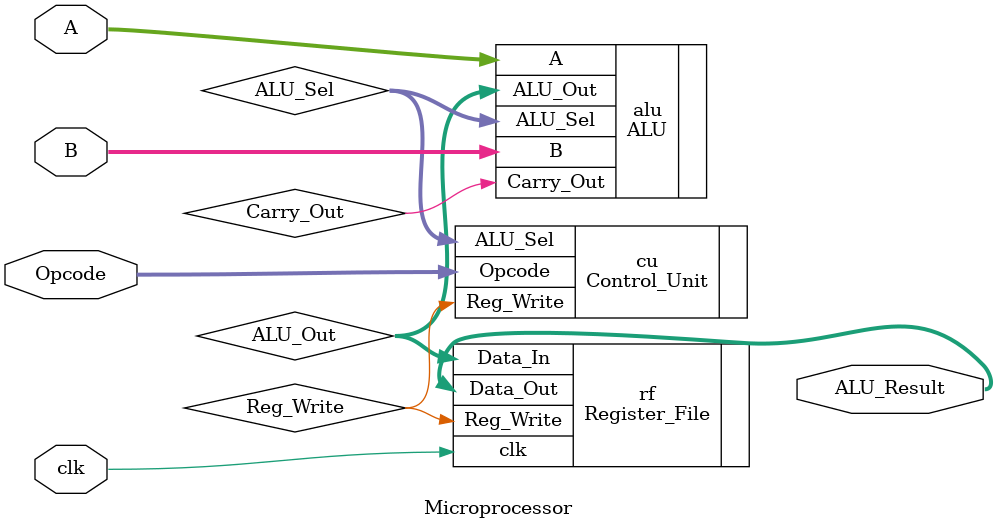
<source format=v>
`timescale 1ns / 1ps

module Microprocessor (
    input clk,
    input [2:0] Opcode,
    input [15:0] A, B,
    output [15:0] ALU_Result
);
    wire [2:0] ALU_Sel;
    wire Reg_Write;
    wire [15:0] ALU_Out;
    wire Carry_Out;

    Control_Unit cu (.Opcode(Opcode), .ALU_Sel(ALU_Sel), .Reg_Write(Reg_Write));
    ALU alu (.A(A), .B(B), .ALU_Sel(ALU_Sel), .ALU_Out(ALU_Out), .Carry_Out(Carry_Out));
    Register_File rf (.clk(clk), .Reg_Write(Reg_Write), .Data_In(ALU_Out), .Data_Out(ALU_Result));
endmodule

</source>
